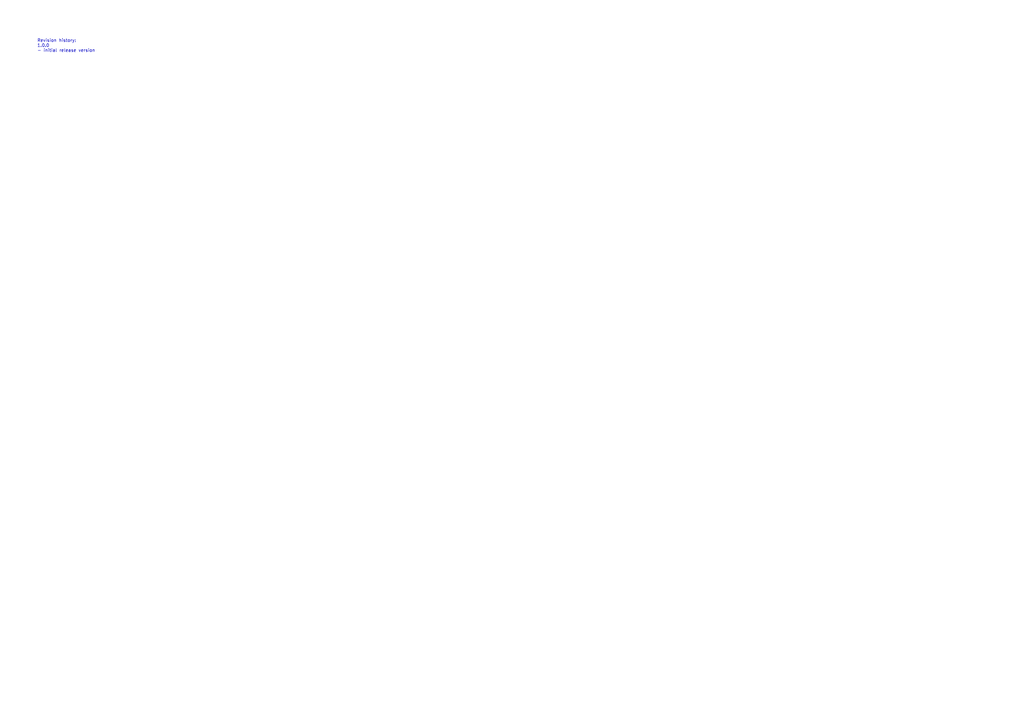
<source format=kicad_sch>
(kicad_sch (version 20211123) (generator eeschema)
  (paper "A3")
  (title_block (title "JADE UNO+") (date "2022-09-13") (rev "1.0.0") (company "GroundStudio.ro") (comment 1 "Schematic: Victor Nicula"))
  (lib_symbols)
  (text "Revision history:\n1.0.0\n- initial release version" (at 15.24 21.59 0) (effects (font (size 1.27 1.27)) (justify left bottom)))
)
</source>
